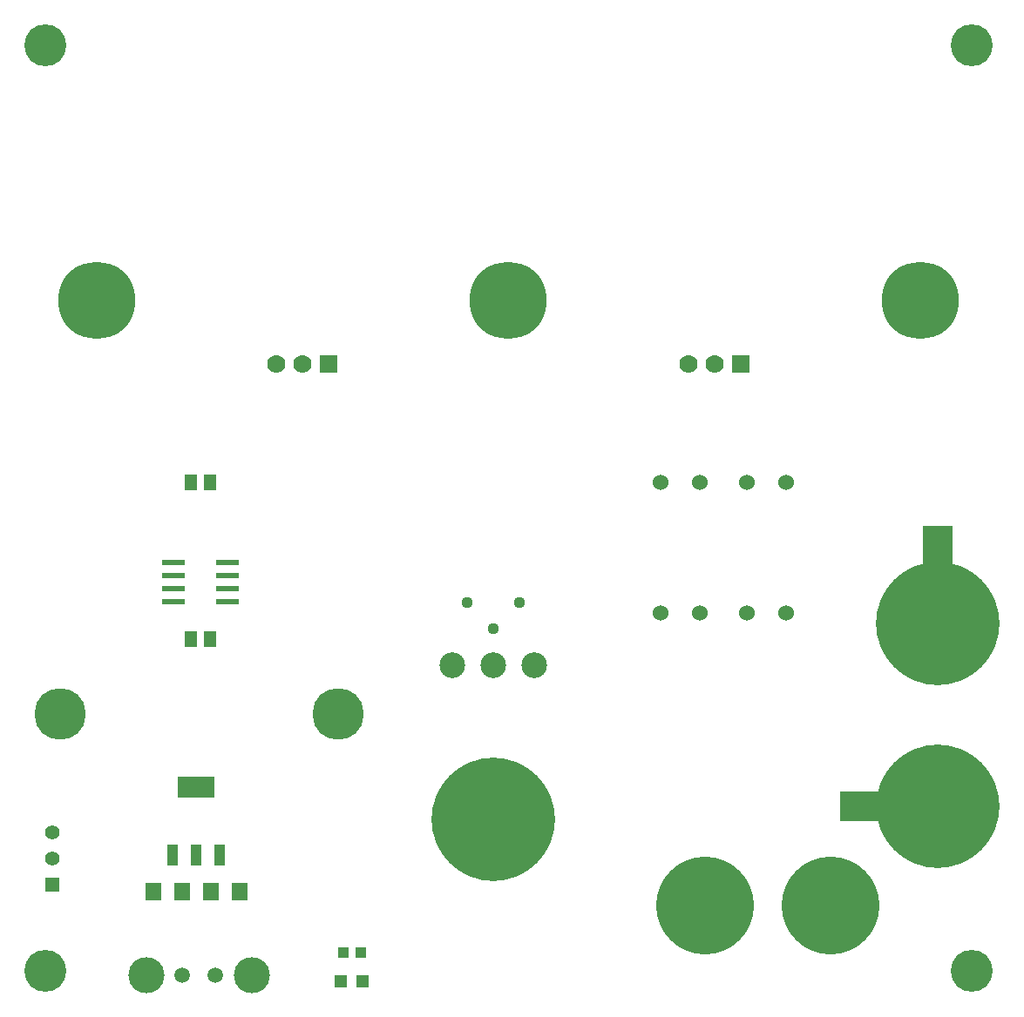
<source format=gts>
G04 (created by PCBNEW-RS274X (2012-jan-04)-stable) date Mon 04 Jun 2012 05:41:14 PM CEST*
G01*
G70*
G90*
%MOIN*%
G04 Gerber Fmt 3.4, Leading zero omitted, Abs format*
%FSLAX34Y34*%
G04 APERTURE LIST*
%ADD10C,0.006000*%
%ADD11R,0.047200X0.047200*%
%ADD12C,0.070000*%
%ADD13R,0.070000X0.070000*%
%ADD14C,0.160000*%
%ADD15R,0.144000X0.080000*%
%ADD16R,0.040000X0.080000*%
%ADD17C,0.374000*%
%ADD18C,0.060000*%
%ADD19C,0.295300*%
%ADD20R,0.051100X0.059000*%
%ADD21R,0.062900X0.070800*%
%ADD22R,0.086600X0.023600*%
%ADD23R,0.039300X0.043300*%
%ADD24R,0.055000X0.055000*%
%ADD25C,0.055000*%
%ADD26C,0.044000*%
%ADD27C,0.196900*%
%ADD28C,0.137800*%
%ADD29C,0.059100*%
%ADD30C,0.472400*%
%ADD31C,0.013000*%
%ADD32R,0.118100X0.167300*%
%ADD33R,0.167300X0.118100*%
%ADD34C,0.098400*%
G04 APERTURE END LIST*
G54D10*
G54D11*
X50687Y-51200D03*
X51513Y-51200D03*
G54D12*
X63961Y-27559D03*
X64961Y-27559D03*
G54D13*
X65961Y-27559D03*
G54D12*
X48213Y-27559D03*
X49213Y-27559D03*
G54D13*
X50213Y-27559D03*
G54D14*
X39370Y-15354D03*
X74803Y-15354D03*
X39370Y-50787D03*
X74803Y-50787D03*
G54D15*
X45150Y-43750D03*
G54D16*
X45150Y-46350D03*
X46050Y-46350D03*
X44250Y-46350D03*
G54D17*
X64600Y-48300D03*
X69400Y-48300D03*
G54D18*
X67700Y-32100D03*
X67700Y-37100D03*
X66200Y-32100D03*
X66200Y-37100D03*
X64400Y-32100D03*
X64400Y-37100D03*
X62900Y-32100D03*
X62900Y-37100D03*
G54D19*
X72835Y-25118D03*
X41339Y-25118D03*
X57087Y-25118D03*
G54D20*
X45674Y-32100D03*
X44926Y-32100D03*
X45674Y-38100D03*
X44926Y-38100D03*
G54D21*
X46801Y-47750D03*
X45699Y-47750D03*
X43499Y-47750D03*
X44601Y-47750D03*
G54D22*
X44277Y-35150D03*
X44277Y-35650D03*
X44277Y-36150D03*
X44277Y-36650D03*
X46323Y-36650D03*
X46323Y-36150D03*
X46323Y-35650D03*
X46323Y-35150D03*
G54D23*
X50766Y-50100D03*
X51434Y-50100D03*
G54D24*
X39646Y-47496D03*
G54D25*
X39646Y-46496D03*
X39646Y-45496D03*
G54D26*
X57500Y-36700D03*
X56500Y-37700D03*
X55500Y-36700D03*
G54D27*
X50565Y-40950D03*
X39935Y-40950D03*
G54D28*
X47258Y-50950D03*
X43242Y-50950D03*
G54D29*
X45880Y-50950D03*
X44620Y-50950D03*
G54D30*
X73500Y-37500D03*
G54D31*
X73500Y-39232D03*
X73618Y-39114D03*
X73736Y-38996D03*
X73382Y-39114D03*
X73264Y-38996D03*
X73500Y-38957D03*
G54D32*
X73500Y-34606D03*
G54D30*
X73500Y-44500D03*
G54D31*
X75232Y-44500D03*
X75114Y-44382D03*
X74996Y-44264D03*
X75114Y-44618D03*
X74996Y-44736D03*
X74957Y-44500D03*
G54D33*
X70606Y-44500D03*
G54D30*
X56500Y-45000D03*
G54D34*
X56500Y-39094D03*
X54925Y-39094D03*
X58075Y-39094D03*
M02*

</source>
